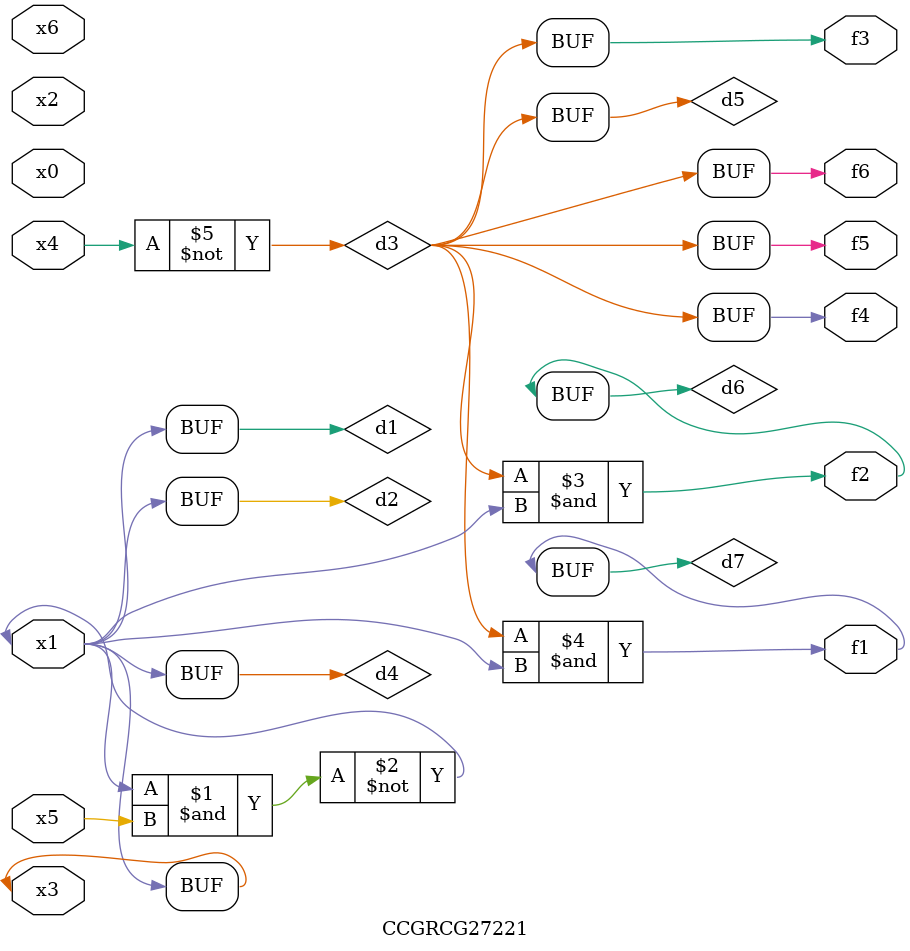
<source format=v>
module CCGRCG27221(
	input x0, x1, x2, x3, x4, x5, x6,
	output f1, f2, f3, f4, f5, f6
);

	wire d1, d2, d3, d4, d5, d6, d7;

	buf (d1, x1, x3);
	nand (d2, x1, x5);
	not (d3, x4);
	buf (d4, d1, d2);
	buf (d5, d3);
	and (d6, d3, d4);
	and (d7, d3, d4);
	assign f1 = d7;
	assign f2 = d6;
	assign f3 = d5;
	assign f4 = d5;
	assign f5 = d5;
	assign f6 = d5;
endmodule

</source>
